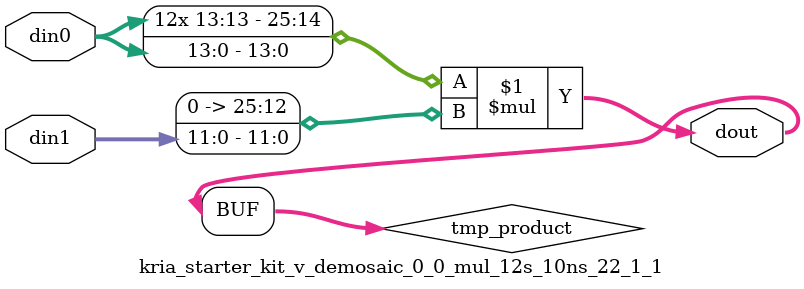
<source format=v>

`timescale 1 ns / 1 ps

 module kria_starter_kit_v_demosaic_0_0_mul_12s_10ns_22_1_1(din0, din1, dout);
parameter ID = 1;
parameter NUM_STAGE = 0;
parameter din0_WIDTH = 14;
parameter din1_WIDTH = 12;
parameter dout_WIDTH = 26;

input [din0_WIDTH - 1 : 0] din0; 
input [din1_WIDTH - 1 : 0] din1; 
output [dout_WIDTH - 1 : 0] dout;

wire signed [dout_WIDTH - 1 : 0] tmp_product;


























assign tmp_product = $signed(din0) * $signed({1'b0, din1});









assign dout = tmp_product;





















endmodule

</source>
